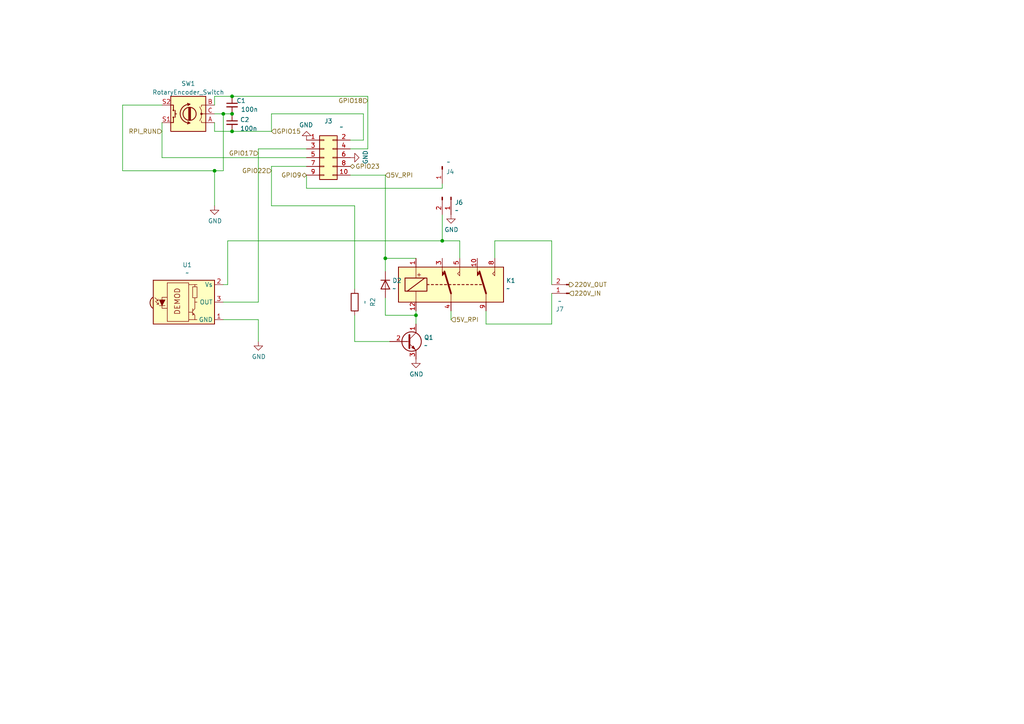
<source format=kicad_sch>
(kicad_sch (version 20211123) (generator eeschema)
  (paper "A4")
  (lib_symbols
    (symbol "Connector:Conn_01x01_Male" (pin_names (offset 1.016) hide)
      (property "Reference" "J" (at 0 2.54 0))
      (property "Value" "Conn_01x01_Male" (at 0 -2.54 0))
      (symbol "Conn_01x01_Male_1_1"
        (polyline (pts (xy 1.27 0) (xy 0.8636 0)) (stroke (width 0.1524)))
        (rectangle (start 0.8636 0.127) (end 0 -0.127) (stroke (width 0.1524)) (fill (type outline)))
        (pin passive line (at 5.08 0 180) (length 3.81) (name "Pin_1") (number "1"))
      )
    )
    (symbol "Connector:Conn_01x02_Male" (pin_names (offset 1.016) hide)
      (property "Reference" "J" (at 0 2.54 0))
      (property "Value" "Conn_01x02_Male" (at 0 -5.08 0))
      (symbol "Conn_01x02_Male_1_1"
        (polyline (pts (xy 1.27 -2.54) (xy 0.8636 -2.54)) (stroke (width 0.1524)))
        (polyline (pts (xy 1.27 0) (xy 0.8636 0)) (stroke (width 0.1524)))
        (rectangle (start 0.8636 -2.413) (end 0 -2.667) (stroke (width 0.1524)) (fill (type outline)))
        (rectangle (start 0.8636 0.127) (end 0 -0.127) (stroke (width 0.1524)) (fill (type outline)))
        (pin passive line (at 5.08 0 180) (length 3.81) (name "Pin_1") (number "1"))
        (pin passive line (at 5.08 -2.54 180) (length 3.81) (name "Pin_2") (number "2"))
      )
    )
    (symbol "Connector_Generic:Conn_02x05_Odd_Even" (pin_names (offset 1.016) hide)
      (property "Reference" "J" (at 1.27 7.62 0))
      (property "Value" "Conn_02x05_Odd_Even" (at 1.27 -7.62 0))
      (symbol "Conn_02x05_Odd_Even_1_1"
        (rectangle (start -1.27 -4.953) (end 0 -5.207) (stroke (width 0.1524)))
        (rectangle (start -1.27 -2.413) (end 0 -2.667) (stroke (width 0.1524)))
        (rectangle (start -1.27 0.127) (end 0 -0.127) (stroke (width 0.1524)))
        (rectangle (start -1.27 2.667) (end 0 2.413) (stroke (width 0.1524)))
        (rectangle (start -1.27 5.207) (end 0 4.953) (stroke (width 0.1524)))
        (rectangle (start -1.27 6.35) (end 3.81 -6.35) (stroke (width 0.254)) (fill (type background)))
        (rectangle (start 3.81 -4.953) (end 2.54 -5.207) (stroke (width 0.1524)))
        (rectangle (start 3.81 -2.413) (end 2.54 -2.667) (stroke (width 0.1524)))
        (rectangle (start 3.81 0.127) (end 2.54 -0.127) (stroke (width 0.1524)))
        (rectangle (start 3.81 2.667) (end 2.54 2.413) (stroke (width 0.1524)))
        (rectangle (start 3.81 5.207) (end 2.54 4.953) (stroke (width 0.1524)))
        (pin passive line (at -5.08 5.08 0) (length 3.81) (name "Pin_1") (number "1"))
        (pin passive line (at 7.62 -5.08 180) (length 3.81) (name "Pin_10") (number "10"))
        (pin passive line (at 7.62 5.08 180) (length 3.81) (name "Pin_2") (number "2"))
        (pin passive line (at -5.08 2.54 0) (length 3.81) (name "Pin_3") (number "3"))
        (pin passive line (at 7.62 2.54 180) (length 3.81) (name "Pin_4") (number "4"))
        (pin passive line (at -5.08 0 0) (length 3.81) (name "Pin_5") (number "5"))
        (pin passive line (at 7.62 0 180) (length 3.81) (name "Pin_6") (number "6"))
        (pin passive line (at -5.08 -2.54 0) (length 3.81) (name "Pin_7") (number "7"))
        (pin passive line (at 7.62 -2.54 180) (length 3.81) (name "Pin_8") (number "8"))
        (pin passive line (at -5.08 -5.08 0) (length 3.81) (name "Pin_9") (number "9"))
      )
    )
    (symbol "Device:C_Small" (pin_numbers hide) (pin_names (offset 0.254) hide)
      (property "Reference" "C" (at 0.254 1.778 0))
      (property "Value" "C_Small" (at 0.254 -2.032 0))
      (symbol "C_Small_0_1"
        (polyline (pts (xy -1.524 -0.508) (xy 1.524 -0.508)) (stroke (width 0.3302)))
        (polyline (pts (xy -1.524 0.508) (xy 1.524 0.508)) (stroke (width 0.3048)))
      )
      (symbol "C_Small_1_1"
        (pin passive line (at 0 2.54 270) (length 2.032) (name "~") (number "1"))
        (pin passive line (at 0 -2.54 90) (length 2.032) (name "~") (number "2"))
      )
    )
    (symbol "Device:R" (pin_numbers hide) (pin_names (offset 0))
      (property "Reference" "R" (at 2.032 0 90))
      (property "Value" "R" (at 0 0 90))
      (symbol "R_0_1"
        (rectangle (start -1.016 -2.54) (end 1.016 2.54) (stroke (width 0.254)))
      )
      (symbol "R_1_1"
        (pin passive line (at 0 3.81 270) (length 1.27) (name "~") (number "1"))
        (pin passive line (at 0 -3.81 90) (length 1.27) (name "~") (number "2"))
      )
    )
    (symbol "Device:RotaryEncoder_Switch" (pin_names (offset 0.254) hide)
      (property "Reference" "SW" (at 0 6.604 0))
      (property "Value" "RotaryEncoder_Switch" (at 0 -6.604 0))
      (symbol "RotaryEncoder_Switch_0_1"
        (rectangle (start -5.08 5.08) (end 5.08 -5.08) (stroke (width 0.254)) (fill (type background)))
        (circle (center -3.81 0) (radius 0.254) (fill (type outline)))
        (arc (start -0.381 -2.794) (mid 2.3622 -0.0508) (end -0.381 2.667) (stroke (width 0.254)))
        (circle (center -0.381 0) (radius 1.905) (stroke (width 0.254)))
        (polyline (pts (xy -0.635 -1.778) (xy -0.635 1.778)) (stroke (width 0.254)))
        (polyline (pts (xy -0.381 -1.778) (xy -0.381 1.778)) (stroke (width 0.254)))
        (polyline (pts (xy -0.127 1.778) (xy -0.127 -1.778)) (stroke (width 0.254)))
        (polyline (pts (xy 3.81 0) (xy 3.429 0)) (stroke (width 0.254)))
        (polyline (pts (xy 3.81 1.016) (xy 3.81 -1.016)) (stroke (width 0.254)))
        (polyline (pts (xy -5.08 -2.54) (xy -3.81 -2.54) (xy -3.81 -2.032)))
        (polyline (pts (xy -5.08 2.54) (xy -3.81 2.54) (xy -3.81 2.032)))
        (polyline (pts (xy 0.254 -3.048) (xy -0.508 -2.794) (xy 0.127 -2.413)) (stroke (width 0.254)))
        (polyline (pts (xy 0.254 2.921) (xy -0.508 2.667) (xy 0.127 2.286)) (stroke (width 0.254)))
        (polyline (pts (xy 5.08 -2.54) (xy 4.318 -2.54) (xy 4.318 -1.016)) (stroke (width 0.254)))
        (polyline (pts (xy 5.08 2.54) (xy 4.318 2.54) (xy 4.318 1.016)) (stroke (width 0.254)))
        (polyline (pts (xy -5.08 0) (xy -3.81 0) (xy -3.81 -1.016) (xy -3.302 -2.032)))
        (polyline (pts (xy -4.318 0) (xy -3.81 0) (xy -3.81 1.016) (xy -3.302 2.032)))
        (circle (center 4.318 -1.016) (radius 0.127) (stroke (width 0.254)))
        (circle (center 4.318 1.016) (radius 0.127) (stroke (width 0.254)))
      )
      (symbol "RotaryEncoder_Switch_1_1"
        (pin passive line (at -7.62 2.54 0) (length 2.54) (name "A") (number "A"))
        (pin passive line (at -7.62 -2.54 0) (length 2.54) (name "B") (number "B"))
        (pin passive line (at -7.62 0 0) (length 2.54) (name "C") (number "C"))
        (pin passive line (at 7.62 2.54 180) (length 2.54) (name "S1") (number "S1"))
        (pin passive line (at 7.62 -2.54 180) (length 2.54) (name "S2") (number "S2"))
      )
    )
    (symbol "Diode:1N4004" (pin_numbers hide) (pin_names (offset 1.016) hide)
      (property "Reference" "D" (at 0 2.54 0))
      (property "Value" "1N4004" (at 0 -2.54 0))
      (symbol "1N4004_0_1"
        (polyline (pts (xy -1.27 1.27) (xy -1.27 -1.27)) (stroke (width 0.254)))
        (polyline (pts (xy 1.27 0) (xy -1.27 0)))
        (polyline (pts (xy 1.27 1.27) (xy 1.27 -1.27) (xy -1.27 0) (xy 1.27 1.27)) (stroke (width 0.254)))
      )
      (symbol "1N4004_1_1"
        (pin passive line (at -3.81 0 0) (length 2.54) (name "K") (number "1"))
        (pin passive line (at 3.81 0 180) (length 2.54) (name "A") (number "2"))
      )
    )
    (symbol "Interface_Optical:TSOP312xx"
      (property "Reference" "U" (at -10.16 7.62 0))
      (property "Value" "TSOP312xx" (at -10.16 -7.62 0))
      (symbol "TSOP312xx_0_0"
        (arc (start -10.287 1.397) (mid -11.0899 -0.1852) (end -10.287 -1.778) (stroke (width 0.254)) (fill (type background)))
        (polyline (pts (xy 1.905 -5.08) (xy 0.127 -5.08)))
        (polyline (pts (xy 1.905 5.08) (xy 0.127 5.08)))
        (text "DEMOD" (at -3.175 0.254 900) (effects (font (size 1.524 1.524))))
      )
      (symbol "TSOP312xx_0_1"
        (rectangle (start -6.096 5.588) (end 0.127 -5.588))
        (polyline (pts (xy -8.763 0.381) (xy -9.652 1.27)))
        (polyline (pts (xy -8.763 0.381) (xy -9.271 0.381)))
        (polyline (pts (xy -8.763 0.381) (xy -8.763 0.889)))
        (polyline (pts (xy -8.636 -0.635) (xy -9.525 0.254)))
        (polyline (pts (xy -8.636 -0.635) (xy -9.144 -0.635)))
        (polyline (pts (xy -8.636 -0.635) (xy -8.636 -0.127)))
        (polyline (pts (xy -8.382 -1.016) (xy -6.731 -1.016)))
        (polyline (pts (xy 1.27 -2.921) (xy 0.127 -2.921)))
        (polyline (pts (xy 1.27 -1.905) (xy 1.27 -3.81)))
        (polyline (pts (xy 1.397 -3.556) (xy 1.524 -3.556)))
        (polyline (pts (xy 1.651 -3.556) (xy 1.524 -3.556)))
        (polyline (pts (xy 1.651 -3.556) (xy 1.651 -3.302)))
        (polyline (pts (xy 1.905 0) (xy 1.905 1.27)))
        (polyline (pts (xy 1.905 4.445) (xy 1.905 5.08) (xy 2.54 5.08)))
        (polyline (pts (xy -8.382 0.635) (xy -6.731 0.635) (xy -7.62 -1.016) (xy -8.382 0.635)) (fill (type outline)))
        (polyline (pts (xy -6.096 1.397) (xy -7.62 1.397) (xy -7.62 -1.778) (xy -6.096 -1.778)))
        (polyline (pts (xy 1.27 -3.175) (xy 1.905 -3.81) (xy 1.905 -5.08) (xy 2.54 -5.08)))
        (polyline (pts (xy 1.27 -2.54) (xy 1.905 -1.905) (xy 1.905 0) (xy 2.54 0)))
        (rectangle (start 2.54 1.27) (end 1.27 4.445))
        (rectangle (start 7.62 6.35) (end -10.16 -6.35) (stroke (width 0.254)) (fill (type background)))
      )
      (symbol "TSOP312xx_1_1"
        (pin power_in line (at 10.16 -5.08 180) (length 2.54) (name "GND") (number "1"))
        (pin power_in line (at 10.16 5.08 180) (length 2.54) (name "Vs") (number "2"))
        (pin output line (at 10.16 0 180) (length 2.54) (name "OUT") (number "3"))
      )
    )
    (symbol "Relay:G6S-2"
      (property "Reference" "K" (at 16.51 3.81 0))
      (property "Value" "G6S-2" (at 16.51 1.27 0))
      (symbol "G6S-2_0_0"
        (text "+" (at -9.271 2.921 0) (effects (font (size 1.27 1.27))))
      )
      (symbol "G6S-2_0_1"
        (rectangle (start -15.24 5.08) (end 15.24 -5.08) (stroke (width 0.254)) (fill (type background)))
        (rectangle (start -13.335 1.905) (end -6.985 -1.905) (stroke (width 0.254)))
        (polyline (pts (xy -12.7 -1.905) (xy -7.62 1.905)) (stroke (width 0.254)))
        (polyline (pts (xy -10.16 -5.08) (xy -10.16 -1.905)))
        (polyline (pts (xy -10.16 5.08) (xy -10.16 1.905)))
        (polyline (pts (xy -6.985 0) (xy -6.35 0)) (stroke (width 0.254)))
        (polyline (pts (xy -5.715 0) (xy -5.08 0)) (stroke (width 0.254)))
        (polyline (pts (xy -4.445 0) (xy -3.81 0)) (stroke (width 0.254)))
        (polyline (pts (xy -3.175 0) (xy -2.54 0)) (stroke (width 0.254)))
        (polyline (pts (xy -1.905 0) (xy -1.27 0)) (stroke (width 0.254)))
        (polyline (pts (xy -0.635 0) (xy 0 0)) (stroke (width 0.254)))
        (polyline (pts (xy 0 -2.54) (xy -1.905 3.81)) (stroke (width 0.508)))
        (polyline (pts (xy 0 -2.54) (xy 0 -5.08)))
        (polyline (pts (xy 0.635 0) (xy 1.27 0)) (stroke (width 0.254)))
        (polyline (pts (xy 1.905 0) (xy 2.54 0)) (stroke (width 0.254)))
        (polyline (pts (xy 3.175 0) (xy 3.81 0)) (stroke (width 0.254)))
        (polyline (pts (xy 4.445 0) (xy 5.08 0)) (stroke (width 0.254)))
        (polyline (pts (xy 5.715 0) (xy 6.35 0)) (stroke (width 0.254)))
        (polyline (pts (xy 6.985 0) (xy 7.62 0)) (stroke (width 0.254)))
        (polyline (pts (xy 8.255 0) (xy 8.89 0)) (stroke (width 0.254)))
        (polyline (pts (xy 10.16 -2.54) (xy 8.255 3.81)) (stroke (width 0.508)))
        (polyline (pts (xy 10.16 -2.54) (xy 10.16 -5.08)))
        (polyline (pts (xy -2.54 5.08) (xy -2.54 2.54) (xy -1.905 3.175) (xy -2.54 3.81)) (fill (type outline)))
        (polyline (pts (xy 2.54 5.08) (xy 2.54 2.54) (xy 1.905 3.175) (xy 2.54 3.81)))
        (polyline (pts (xy 7.62 5.08) (xy 7.62 2.54) (xy 8.255 3.175) (xy 7.62 3.81)) (fill (type outline)))
        (polyline (pts (xy 12.7 5.08) (xy 12.7 2.54) (xy 12.065 3.175) (xy 12.7 3.81)))
      )
      (symbol "G6S-2_1_1"
        (pin passive line (at -10.16 7.62 270) (length 2.54) (name "~") (number "1"))
        (pin passive line (at 7.62 7.62 270) (length 2.54) (name "~") (number "10"))
        (pin passive line (at -10.16 -7.62 90) (length 2.54) (name "~") (number "12"))
        (pin passive line (at -2.54 7.62 270) (length 2.54) (name "~") (number "3"))
        (pin passive line (at 0 -7.62 90) (length 2.54) (name "~") (number "4"))
        (pin passive line (at 2.54 7.62 270) (length 2.54) (name "~") (number "5"))
        (pin passive line (at 12.7 7.62 270) (length 2.54) (name "~") (number "8"))
        (pin passive line (at 10.16 -7.62 90) (length 2.54) (name "~") (number "9"))
      )
    )
    (symbol "Transistor_BJT:BC547" (pin_names (offset 0) hide)
      (property "Reference" "Q" (at 5.08 1.905 0))
      (property "Value" "BC547" (at 5.08 0 0))
      (symbol "BC547_0_1"
        (polyline (pts (xy 0 0) (xy 0.635 0)))
        (polyline (pts (xy 0.635 0.635) (xy 2.54 2.54)))
        (polyline (pts (xy 0.635 -0.635) (xy 2.54 -2.54) (xy 2.54 -2.54)))
        (polyline (pts (xy 0.635 1.905) (xy 0.635 -1.905) (xy 0.635 -1.905)) (stroke (width 0.508)))
        (polyline (pts (xy 1.27 -1.778) (xy 1.778 -1.27) (xy 2.286 -2.286) (xy 1.27 -1.778) (xy 1.27 -1.778)) (fill (type outline)))
        (circle (center 1.27 0) (radius 2.8194) (stroke (width 0.254)))
      )
      (symbol "BC547_1_1"
        (pin passive line (at 2.54 5.08 270) (length 2.54) (name "C") (number "1"))
        (pin input line (at -5.08 0 0) (length 5.08) (name "B") (number "2"))
        (pin passive line (at 2.54 -5.08 90) (length 2.54) (name "E") (number "3"))
      )
    )
    (symbol "power:GND" (power) (pin_names (offset 0))
      (property "Value" "GND" (at 0 -3.81 0))
      (symbol "GND_0_1"
        (polyline (pts (xy 0 0) (xy 0 -1.27) (xy 1.27 -1.27) (xy 0 -2.54) (xy -1.27 -1.27) (xy 0 -1.27)))
      )
      (symbol "GND_1_1"
        (pin power_in line (at 0 0 270) (length 0) hide (name "GND") (number "1"))
      )
    )
  )
  (junction (at 62.23 49.53))
  (junction (at 67.31 33.02))
  (junction (at 120.65 91.44))
  (junction (at 64.77 33.02))
  (junction (at 67.31 38.1))
  (junction (at 67.31 27.94))
  (junction (at 111.76 74.93))
  (junction (at 128.27 69.85))
  (wire (pts (xy 140.97 93.98) (xy 140.97 90.17)))
  (wire (pts (xy 120.65 91.44) (xy 120.65 93.98)))
  (wire (pts (xy 78.74 33.02) (xy 78.74 38.1)))
  (wire (pts (xy 128.27 54.61) (xy 128.27 53.34)))
  (wire (pts (xy 102.87 99.06) (xy 113.03 99.06)))
  (wire (pts (xy 35.56 30.48) (xy 35.56 49.53)))
  (wire (pts (xy 46.99 35.56) (xy 46.99 45.72)))
  (wire (pts (xy 78.74 38.1) (xy 67.31 38.1)))
  (wire (pts (xy 106.68 43.18) (xy 106.68 27.94)))
  (wire (pts (xy 143.51 69.85) (xy 160.02 69.85)))
  (wire (pts (xy 74.93 92.71) (xy 74.93 99.06)))
  (wire (pts (xy 64.77 92.71) (xy 74.93 92.71)))
  (wire (pts (xy 160.02 85.09) (xy 160.02 93.98)))
  (wire (pts (xy 62.23 38.1) (xy 62.23 35.56)))
  (wire (pts (xy 88.9 54.61) (xy 128.27 54.61)))
  (wire (pts (xy 74.93 43.18) (xy 74.93 87.63)))
  (wire (pts (xy 74.93 87.63) (xy 64.77 87.63)))
  (wire (pts (xy 62.23 27.94) (xy 62.23 30.48)))
  (wire (pts (xy 105.41 40.64) (xy 105.41 33.02)))
  (wire (pts (xy 101.6 43.18) (xy 106.68 43.18)))
  (wire (pts (xy 111.76 74.93) (xy 120.65 74.93)))
  (wire (pts (xy 46.99 45.72) (xy 88.9 45.72)))
  (wire (pts (xy 62.23 49.53) (xy 62.23 59.69)))
  (wire (pts (xy 133.35 69.85) (xy 133.35 74.93)))
  (wire (pts (xy 111.76 91.44) (xy 120.65 91.44)))
  (wire (pts (xy 67.31 38.1) (xy 62.23 38.1)))
  (wire (pts (xy 130.81 90.17) (xy 130.81 92.71)))
  (wire (pts (xy 67.31 27.94) (xy 106.68 27.94)))
  (wire (pts (xy 102.87 83.82) (xy 102.87 59.69)))
  (wire (pts (xy 128.27 69.85) (xy 133.35 69.85)))
  (wire (pts (xy 64.77 49.53) (xy 62.23 49.53)))
  (wire (pts (xy 105.41 33.02) (xy 78.74 33.02)))
  (wire (pts (xy 101.6 40.64) (xy 105.41 40.64)))
  (wire (pts (xy 160.02 93.98) (xy 140.97 93.98)))
  (wire (pts (xy 111.76 78.74) (xy 111.76 74.93)))
  (wire (pts (xy 66.04 69.85) (xy 128.27 69.85)))
  (wire (pts (xy 64.77 82.55) (xy 66.04 82.55)))
  (wire (pts (xy 67.31 27.94) (xy 62.23 27.94)))
  (wire (pts (xy 64.77 33.02) (xy 67.31 33.02)))
  (wire (pts (xy 78.74 48.26) (xy 88.9 48.26)))
  (wire (pts (xy 88.9 43.18) (xy 74.93 43.18)))
  (wire (pts (xy 102.87 59.69) (xy 78.74 59.69)))
  (wire (pts (xy 88.9 50.8) (xy 88.9 54.61)))
  (wire (pts (xy 120.65 90.17) (xy 120.65 91.44)))
  (wire (pts (xy 111.76 50.8) (xy 111.76 74.93)))
  (wire (pts (xy 143.51 74.93) (xy 143.51 69.85)))
  (wire (pts (xy 111.76 86.36) (xy 111.76 91.44)))
  (wire (pts (xy 64.77 33.02) (xy 64.77 49.53)))
  (wire (pts (xy 35.56 49.53) (xy 62.23 49.53)))
  (wire (pts (xy 64.77 33.02) (xy 62.23 33.02)))
  (wire (pts (xy 46.99 30.48) (xy 35.56 30.48)))
  (wire (pts (xy 128.27 62.23) (xy 128.27 69.85)))
  (wire (pts (xy 66.04 82.55) (xy 66.04 69.85)))
  (wire (pts (xy 160.02 69.85) (xy 160.02 82.55)))
  (wire (pts (xy 111.76 50.8) (xy 101.6 50.8)))
  (wire (pts (xy 102.87 91.44) (xy 102.87 99.06)))
  (wire (pts (xy 78.74 59.69) (xy 78.74 48.26)))
  (hierarchical_label "GPIO17" (shape input) (at 74.93 44.45 180))
  (hierarchical_label "GPIO23" (shape bidirectional) (at 101.6 48.26 0))
  (hierarchical_label "GPIO18" (shape input) (at 106.68 29.21 180))
  (hierarchical_label "GPIO15" (shape input) (at 78.74 38.1 0))
  (hierarchical_label "GPIO22" (shape input) (at 78.74 49.53 180))
  (hierarchical_label "220V_IN" (shape input) (at 165.1 85.09 0))
  (hierarchical_label "RPI_RUN" (shape input) (at 46.99 38.1 180))
  (hierarchical_label "GPIO9" (shape bidirectional) (at 88.9 50.8 180))
  (hierarchical_label "220V_OUT" (shape output) (at 165.1 82.55 0))
  (hierarchical_label "5V_RPI" (shape input) (at 130.81 92.71 0))
  (hierarchical_label "5V_RPI" (shape input) (at 111.76 50.8 0))
  (symbol (lib_id "Interface_Optical:TSOP312xx") (at 54.61 87.63 0) (unit 1)
    (property "Reference" "U1" (at 54.3052 76.835 0))
    (property "Value" "~" (at 54.3052 79.1464 0))
    (property "Footprint" "OptoDevice:Vishay_CAST-3Pin" (effects hide))
    (property "Datasheet" "http://www.vishay.com/docs/82492/tsop312.pdf" (effects hide))
  )
  (symbol (lib_id "Connector_Generic:Conn_02x05_Odd_Even") (at 93.98 45.72 0) (unit 1)
    (property "Reference" "J3" (at 95.25 35.1282 0))
    (property "Value" "~" (at 99.06 36.83 0))
    (property "Footprint" "Connector_IDC:IDC-Header_2x05_P2.54mm_Vertical" (effects hide))
  )
  (symbol (lib_id "power:GND") (at 74.93 99.06 0) (unit 1)
    (property "Reference" "#PWR02" (effects hide))
    (property "Value" "~" (at 75.057 103.4542 0))
  )
  (symbol (lib_id "Connector:Conn_01x02_Male") (at 165.1 85.09 180) (unit 1)
    (property "Reference" "J7" (at 162.3568 89.6874 0))
    (property "Value" "~" (at 162.3568 87.376 0))
    (property "Footprint" "TerminalBlock_RND:TerminalBlock_RND_205-00001_1x02_P5.00mm_Horizontal" (effects hide))
  )
  (symbol (lib_id "Relay:G6S-2") (at 130.81 82.55 0) (unit 1)
    (property "Reference" "K1" (at 146.812 81.3816 0) (effects (justify left)))
    (property "Value" "~" (at 146.812 83.693 0) (effects (justify left)))
    (property "Footprint" "Relay_THT:Relay_DPDT_Omron_G6S-2" (effects hide))
    (property "Datasheet" "http://omronfs.omron.com/en_US/ecb/products/pdf/en-g6s.pdf" (effects hide))
  )
  (symbol (lib_id "Transistor_BJT:BC547") (at 118.11 99.06 0) (unit 1)
    (property "Reference" "Q1" (at 122.9614 97.8916 0) (effects (justify left)))
    (property "Value" "~" (at 122.9614 100.203 0) (effects (justify left)))
    (property "Footprint" "Package_TO_SOT_THT:TO-92_Inline" (effects hide))
    (property "Datasheet" "https://www.onsemi.com/pub/Collateral/BC550-D.pdf" (effects hide))
  )
  (symbol (lib_id "Device:R") (at 102.87 87.63 180) (unit 1)
    (property "Reference" "R2" (at 108.1278 87.63 90))
    (property "Value" "~" (at 105.8164 87.63 90))
    (property "Footprint" "Resistor_THT:R_Axial_DIN0207_L6.3mm_D2.5mm_P2.54mm_Vertical" (effects hide))
  )
  (symbol (lib_id "power:GND") (at 120.65 104.14 0) (unit 1)
    (property "Reference" "#PWR06" (effects hide))
    (property "Value" "~" (at 120.777 108.5342 0))
  )
  (symbol (lib_id "Diode:1N4004") (at 111.76 82.55 270) (unit 1)
    (property "Reference" "D2" (at 113.792 81.3816 90) (effects (justify left)))
    (property "Value" "~" (at 113.792 83.693 90) (effects (justify left)))
    (property "Footprint" "Diode_SMD:D_MELF" (effects hide))
    (property "Datasheet" "http://www.vishay.com/docs/88503/1n4001.pdf" (effects hide))
  )
  (symbol (lib_id "Connector:Conn_01x01_Male") (at 128.27 48.26 270) (unit 1)
    (property "Reference" "J4" (at 129.3876 49.8348 90) (effects (justify left)))
    (property "Value" "~" (at 129.54 46.99 90) (effects (justify left)))
    (property "Footprint" "Connector_PinHeader_1.00mm:PinHeader_1x01_P1.00mm_Vertical" (effects hide))
  )
  (symbol (lib_id "power:GND") (at 88.9 40.64 180) (unit 1)
    (property "Reference" "#PWR04" (effects hide))
    (property "Value" "~" (at 88.773 36.2458 0))
  )
  (symbol (lib_id "power:GND") (at 130.81 62.23 0) (unit 1)
    (property "Reference" "#PWR09" (effects hide))
    (property "Value" "~" (at 130.937 66.6242 0))
  )
  (symbol (lib_id "Connector:Conn_01x02_Male") (at 130.81 57.15 270) (unit 1)
    (property "Reference" "J6" (at 131.9276 58.7248 90) (effects (justify left)))
    (property "Value" "~" (at 131.9276 61.0362 90) (effects (justify left)))
    (property "Footprint" "TerminalBlock_RND:TerminalBlock_RND_205-00001_1x02_P5.00mm_Horizontal" (effects hide))
  )
  (symbol (lib_id "power:GND") (at 62.23 59.69 0) (unit 1)
    (property "Reference" "#PWR?" (effects hide))
    (property "Value" "GND" (at 62.357 64.0842 0))
  )
  (symbol (lib_id "Device:C_Small") (at 67.31 35.56 0) (unit 1)
    (property "Reference" "C2" (at 69.6341 34.7316 0) (effects (justify left)))
    (property "Value" "100n" (at 69.6341 37.2685 0) (effects (justify left)))
  )
  (symbol (lib_id "Device:RotaryEncoder_Switch") (at 54.61 33.02 180) (unit 1)
    (property "Reference" "SW1" (at 54.61 24.2402 0))
    (property "Value" "RotaryEncoder_Switch" (at 54.61 26.7771 0))
  )
  (symbol (lib_id "power:GND") (at 101.6 45.72 90) (unit 1)
    (property "Reference" "#PWR?" (effects hide))
    (property "Value" "GND" (at 105.9942 45.593 0))
  )
  (symbol (lib_id "Device:C_Small") (at 67.31 30.48 0) (unit 1)
    (property "Reference" "C1" (at 68.58 29.21 0) (effects (justify left)))
    (property "Value" "100n" (at 69.85 31.75 0) (effects (justify left)))
  )
)
</source>
